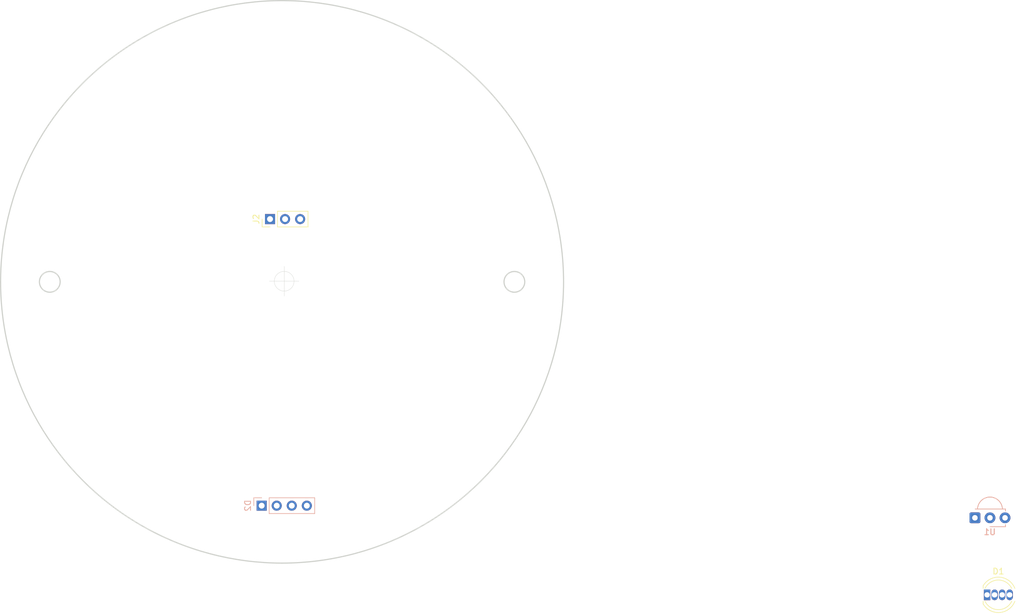
<source format=kicad_pcb>
(kicad_pcb (version 20171130) (host pcbnew "(5.1.2-1)-1")

  (general
    (thickness 1.6)
    (drawings 4)
    (tracks 0)
    (zones 0)
    (modules 5)
    (nets 8)
  )

  (page A4)
  (layers
    (0 F.Cu signal)
    (31 B.Cu signal)
    (32 B.Adhes user)
    (33 F.Adhes user)
    (34 B.Paste user)
    (35 F.Paste user)
    (36 B.SilkS user)
    (37 F.SilkS user)
    (38 B.Mask user)
    (39 F.Mask user)
    (40 Dwgs.User user)
    (41 Cmts.User user)
    (42 Eco1.User user)
    (43 Eco2.User user)
    (44 Edge.Cuts user)
    (45 Margin user)
    (46 B.CrtYd user)
    (47 F.CrtYd user)
    (48 B.Fab user)
    (49 F.Fab user hide)
  )

  (setup
    (last_trace_width 0.25)
    (trace_clearance 0.2)
    (zone_clearance 0.508)
    (zone_45_only no)
    (trace_min 0.2)
    (via_size 0.8)
    (via_drill 0.4)
    (via_min_size 0.4)
    (via_min_drill 0.3)
    (uvia_size 0.3)
    (uvia_drill 0.1)
    (uvias_allowed no)
    (uvia_min_size 0.2)
    (uvia_min_drill 0.1)
    (edge_width 0.05)
    (segment_width 0.2)
    (pcb_text_width 0.3)
    (pcb_text_size 1.5 1.5)
    (mod_edge_width 0.12)
    (mod_text_size 1 1)
    (mod_text_width 0.15)
    (pad_size 1.8 1.8)
    (pad_drill 0.9)
    (pad_to_mask_clearance 0.051)
    (solder_mask_min_width 0.25)
    (aux_axis_origin 0 0)
    (grid_origin 130.01 90.01)
    (visible_elements 7FFFFFFF)
    (pcbplotparams
      (layerselection 0x010fc_ffffffff)
      (usegerberextensions false)
      (usegerberattributes false)
      (usegerberadvancedattributes false)
      (creategerberjobfile false)
      (excludeedgelayer true)
      (linewidth 0.100000)
      (plotframeref false)
      (viasonmask false)
      (mode 1)
      (useauxorigin false)
      (hpglpennumber 1)
      (hpglpenspeed 20)
      (hpglpendiameter 15.000000)
      (psnegative false)
      (psa4output false)
      (plotreference true)
      (plotvalue true)
      (plotinvisibletext false)
      (padsonsilk false)
      (subtractmaskfromsilk false)
      (outputformat 1)
      (mirror false)
      (drillshape 1)
      (scaleselection 1)
      (outputdirectory ""))
  )

  (net 0 "")
  (net 1 "Net-(D1-Pad1)")
  (net 2 "Net-(D1-Pad2)")
  (net 3 "Net-(D1-Pad3)")
  (net 4 "Net-(D1-Pad4)")
  (net 5 "Net-(J2-Pad1)")
  (net 6 "Net-(J2-Pad2)")
  (net 7 "Net-(J2-Pad3)")

  (net_class Default "これはデフォルトのネット クラスです。"
    (clearance 0.2)
    (trace_width 0.25)
    (via_dia 0.8)
    (via_drill 0.4)
    (uvia_dia 0.3)
    (uvia_drill 0.1)
    (add_net "Net-(D1-Pad1)")
    (add_net "Net-(D1-Pad2)")
    (add_net "Net-(D1-Pad3)")
    (add_net "Net-(D1-Pad4)")
    (add_net "Net-(J2-Pad1)")
    (add_net "Net-(J2-Pad2)")
    (add_net "Net-(J2-Pad3)")
  )

  (module OptoDevice:Vishay_MINICAST-3Pin (layer B.Cu) (tedit 5D73E35C) (tstamp 5D74940B)
    (at 246.57 129.96)
    (descr "IR Receiver Vishay TSOP-xxxx, MINICAST package, see https://www.vishay.com/docs/82669/tsop32s40f.pdf")
    (tags "IR Receiver Vishay TSOP-xxxx MINICAST")
    (path /5D5A22C4)
    (fp_text reference U1 (at 2.5 2.4 180) (layer B.SilkS)
      (effects (font (size 1 1) (thickness 0.15)) (justify mirror))
    )
    (fp_text value TSOP59540TR1 (at 2.55 -4.6 180) (layer B.Fab)
      (effects (font (size 1 1) (thickness 0.15)) (justify mirror))
    )
    (fp_line (start 0.79 1.4) (end 0.04 0.65) (layer B.Fab) (width 0.1))
    (fp_arc (start 2.54 -1.4) (end 4.54 -1.4) (angle -180) (layer B.Fab) (width 0.1))
    (fp_arc (start 2.54 -1.4) (end 4.64 -1.5) (angle -174.5) (layer B.SilkS) (width 0.12))
    (fp_line (start 6.23 -3.7) (end -1.15 -3.7) (layer B.CrtYd) (width 0.05))
    (fp_line (start 6.23 -3.7) (end 6.23 1.65) (layer B.CrtYd) (width 0.05))
    (fp_line (start -1.15 1.65) (end -1.15 -3.7) (layer B.CrtYd) (width 0.05))
    (fp_line (start -1.15 1.65) (end 6.23 1.65) (layer B.CrtYd) (width 0.05))
    (fp_line (start 0.04 -1.4) (end 0.04 0.65) (layer B.Fab) (width 0.1))
    (fp_line (start 5.04 -1.4) (end 0.04 -1.4) (layer B.Fab) (width 0.1))
    (fp_line (start 5.04 1.4) (end 5.04 -1.4) (layer B.Fab) (width 0.1))
    (fp_line (start 0.79 1.4) (end 5.04 1.4) (layer B.Fab) (width 0.1))
    (fp_line (start 5.14 -1.5) (end 0.05 -1.5) (layer B.SilkS) (width 0.12))
    (fp_line (start 5.14 -1.16) (end 5.14 -1.5) (layer B.SilkS) (width 0.12))
    (fp_line (start 5.14 1.51) (end 2.54 1.51) (layer B.SilkS) (width 0.12))
    (fp_line (start 5.14 1.16) (end 5.14 1.51) (layer B.SilkS) (width 0.12))
    (fp_text user %R (at 2.54 0) (layer B.Fab)
      (effects (font (size 1 1) (thickness 0.15)) (justify mirror))
    )
    (pad 3 thru_hole circle (at 5.08 0) (size 1.8 1.8) (drill 0.9) (layers *.Cu *.Mask)
      (net 7 "Net-(J2-Pad3)"))
    (pad 2 thru_hole circle (at 2.54 0) (size 1.8 1.8) (drill 0.9) (layers *.Cu *.Mask)
      (net 6 "Net-(J2-Pad2)"))
    (pad 1 thru_hole roundrect (at 0 0) (size 1.8 1.8) (drill 0.9) (layers *.Cu *.Mask) (roundrect_rratio 0.139)
      (net 5 "Net-(J2-Pad1)"))
    (model ${KISYS3DMOD}/OptoDevice.3dshapes/Vishay_MINICAST-3Pin.wrl
      (at (xyz 0 0 0))
      (scale (xyz 1 1 1))
      (rotate (xyz 0 0 0))
    )
  )

  (module OptoDevice:Vishay_MINICAST-3Pin (layer B.Cu) (tedit 5D73E35C) (tstamp 5D745B78)
    (at 246.57 129.96)
    (descr "IR Receiver Vishay TSOP-xxxx, MINICAST package, see https://www.vishay.com/docs/82669/tsop32s40f.pdf")
    (tags "IR Receiver Vishay TSOP-xxxx MINICAST")
    (path /5D5A22C4)
    (fp_text reference U1 (at 2.5 2.4 180) (layer B.SilkS)
      (effects (font (size 1 1) (thickness 0.15)) (justify mirror))
    )
    (fp_text value TSOP59540TR1 (at 2.55 -4.6 180) (layer B.Fab)
      (effects (font (size 1 1) (thickness 0.15)) (justify mirror))
    )
    (fp_text user %R (at 2.54 0) (layer B.Fab)
      (effects (font (size 1 1) (thickness 0.15)) (justify mirror))
    )
    (fp_line (start 5.14 1.16) (end 5.14 1.51) (layer B.SilkS) (width 0.12))
    (fp_line (start 5.14 1.51) (end 2.54 1.51) (layer B.SilkS) (width 0.12))
    (fp_line (start 5.14 -1.16) (end 5.14 -1.5) (layer B.SilkS) (width 0.12))
    (fp_line (start 5.14 -1.5) (end 0.05 -1.5) (layer B.SilkS) (width 0.12))
    (fp_line (start 0.79 1.4) (end 5.04 1.4) (layer B.Fab) (width 0.1))
    (fp_line (start 5.04 1.4) (end 5.04 -1.4) (layer B.Fab) (width 0.1))
    (fp_line (start 5.04 -1.4) (end 0.04 -1.4) (layer B.Fab) (width 0.1))
    (fp_line (start 0.04 -1.4) (end 0.04 0.65) (layer B.Fab) (width 0.1))
    (fp_line (start -1.15 1.65) (end 6.23 1.65) (layer B.CrtYd) (width 0.05))
    (fp_line (start -1.15 1.65) (end -1.15 -3.7) (layer B.CrtYd) (width 0.05))
    (fp_line (start 6.23 -3.7) (end 6.23 1.65) (layer B.CrtYd) (width 0.05))
    (fp_line (start 6.23 -3.7) (end -1.15 -3.7) (layer B.CrtYd) (width 0.05))
    (fp_arc (start 2.54 -1.4) (end 4.64 -1.5) (angle -174.5) (layer B.SilkS) (width 0.12))
    (fp_arc (start 2.54 -1.4) (end 4.54 -1.4) (angle -180) (layer B.Fab) (width 0.1))
    (fp_line (start 0.79 1.4) (end 0.04 0.65) (layer B.Fab) (width 0.1))
    (pad 1 thru_hole roundrect (at 0 0) (size 1.8 1.8) (drill 0.9) (layers *.Cu *.Mask) (roundrect_rratio 0.139)
      (net 5 "Net-(J2-Pad1)"))
    (pad 2 thru_hole circle (at 2.54 0) (size 1.8 1.8) (drill 0.9) (layers *.Cu *.Mask)
      (net 6 "Net-(J2-Pad2)"))
    (pad 3 thru_hole circle (at 5.08 0) (size 1.8 1.8) (drill 0.9) (layers *.Cu *.Mask)
      (net 7 "Net-(J2-Pad3)"))
    (model ${KISYS3DMOD}/OptoDevice.3dshapes/Vishay_MINICAST-3Pin.wrl
      (at (xyz 0 0 0))
      (scale (xyz 1 1 1))
      (rotate (xyz 0 0 0))
    )
  )

  (module Connector_PinHeader_2.54mm:PinHeader_1x04_P2.54mm_Vertical (layer B.Cu) (tedit 5D73E2B5) (tstamp 5D73E418)
    (at 126.21 127.91 270)
    (descr "Through hole straight pin header, 1x04, 2.54mm pitch, single row")
    (tags "Through hole pin header THT 1x04 2.54mm single row")
    (path /5D5E563C)
    (fp_text reference D2 (at 0 2.33 270) (layer B.SilkS)
      (effects (font (size 1 1) (thickness 0.15)) (justify mirror))
    )
    (fp_text value LED_ARGB (at 0 -9.95 270) (layer B.Fab)
      (effects (font (size 1 1) (thickness 0.15)) (justify mirror))
    )
    (fp_text user %R (at 0 -3.81) (layer B.Fab)
      (effects (font (size 1 1) (thickness 0.15)) (justify mirror))
    )
    (fp_line (start 1.8 1.8) (end -1.8 1.8) (layer B.CrtYd) (width 0.05))
    (fp_line (start 1.8 -9.4) (end 1.8 1.8) (layer B.CrtYd) (width 0.05))
    (fp_line (start -1.8 -9.4) (end 1.8 -9.4) (layer B.CrtYd) (width 0.05))
    (fp_line (start -1.8 1.8) (end -1.8 -9.4) (layer B.CrtYd) (width 0.05))
    (fp_line (start -1.33 1.33) (end 0 1.33) (layer B.SilkS) (width 0.12))
    (fp_line (start -1.33 0) (end -1.33 1.33) (layer B.SilkS) (width 0.12))
    (fp_line (start -1.33 -1.27) (end 1.33 -1.27) (layer B.SilkS) (width 0.12))
    (fp_line (start 1.33 -1.27) (end 1.33 -8.95) (layer B.SilkS) (width 0.12))
    (fp_line (start -1.33 -1.27) (end -1.33 -8.95) (layer B.SilkS) (width 0.12))
    (fp_line (start -1.33 -8.95) (end 1.33 -8.95) (layer B.SilkS) (width 0.12))
    (fp_line (start -1.27 0.635) (end -0.635 1.27) (layer B.Fab) (width 0.1))
    (fp_line (start -1.27 -8.89) (end -1.27 0.635) (layer B.Fab) (width 0.1))
    (fp_line (start 1.27 -8.89) (end -1.27 -8.89) (layer B.Fab) (width 0.1))
    (fp_line (start 1.27 1.27) (end 1.27 -8.89) (layer B.Fab) (width 0.1))
    (fp_line (start -0.635 1.27) (end 1.27 1.27) (layer B.Fab) (width 0.1))
    (pad 4 thru_hole oval (at 0 -7.62 270) (size 1.7 1.7) (drill 1) (layers *.Cu *.Mask)
      (net 4 "Net-(D1-Pad4)"))
    (pad 3 thru_hole oval (at 0 -5.08 270) (size 1.7 1.7) (drill 1) (layers *.Cu *.Mask)
      (net 3 "Net-(D1-Pad3)"))
    (pad 2 thru_hole oval (at 0 -2.54 270) (size 1.7 1.7) (drill 1) (layers *.Cu *.Mask)
      (net 2 "Net-(D1-Pad2)"))
    (pad 1 thru_hole rect (at 0 0 270) (size 1.7 1.7) (drill 1) (layers *.Cu *.Mask)
      (net 1 "Net-(D1-Pad1)"))
    (model ${KISYS3DMOD}/Connector_PinHeader_2.54mm.3dshapes/PinHeader_1x04_P2.54mm_Vertical.wrl
      (at (xyz 0 0 0))
      (scale (xyz 1 1 1))
      (rotate (xyz 0 0 0))
    )
  )

  (module LED_THT:LED_D5.0mm-4_RGB (layer F.Cu) (tedit 5B74EEBE) (tstamp 5D745EBF)
    (at 248.62 142.97)
    (descr "LED, diameter 5.0mm, 2 pins, diameter 5.0mm, 3 pins, diameter 5.0mm, 4 pins, http://www.kingbright.com/attachments/file/psearch/000/00/00/L-154A4SUREQBFZGEW(Ver.9A).pdf")
    (tags "LED diameter 5.0mm 2 pins diameter 5.0mm 3 pins diameter 5.0mm 4 pins RGB RGBLED")
    (path /5D73DD13)
    (fp_text reference D1 (at 1.905 -3.96) (layer F.SilkS)
      (effects (font (size 1 1) (thickness 0.15)))
    )
    (fp_text value LED_ARGB (at 1.905 3.96) (layer F.Fab)
      (effects (font (size 1 1) (thickness 0.15)))
    )
    (fp_arc (start 1.905 0) (end -0.595 -1.469694) (angle 299.1) (layer F.Fab) (width 0.1))
    (fp_arc (start 1.905 0) (end -0.655 -1.54483) (angle 127.7) (layer F.SilkS) (width 0.12))
    (fp_arc (start 1.905 0) (end -0.655 1.54483) (angle -127.7) (layer F.SilkS) (width 0.12))
    (fp_arc (start 1.905 0) (end -0.349684 -1.08) (angle 128.8) (layer F.SilkS) (width 0.12))
    (fp_arc (start 1.905 0) (end -0.349684 1.08) (angle -128.8) (layer F.SilkS) (width 0.12))
    (fp_circle (center 1.905 0) (end 4.405 0) (layer F.Fab) (width 0.1))
    (fp_line (start -0.595 -1.469694) (end -0.595 1.469694) (layer F.Fab) (width 0.1))
    (fp_line (start -0.655 -1.545) (end -0.655 -1.08) (layer F.SilkS) (width 0.12))
    (fp_line (start -0.655 1.08) (end -0.655 1.545) (layer F.SilkS) (width 0.12))
    (fp_line (start -1.35 -3.25) (end -1.35 3.25) (layer F.CrtYd) (width 0.05))
    (fp_line (start -1.35 3.25) (end 5.15 3.25) (layer F.CrtYd) (width 0.05))
    (fp_line (start 5.15 3.25) (end 5.15 -3.25) (layer F.CrtYd) (width 0.05))
    (fp_line (start 5.15 -3.25) (end -1.35 -3.25) (layer F.CrtYd) (width 0.05))
    (fp_text user %R (at 1.905 -3.96) (layer F.Fab)
      (effects (font (size 1 1) (thickness 0.15)))
    )
    (pad 1 thru_hole rect (at 0 0) (size 1.07 1.8) (drill 0.9) (layers *.Cu *.Mask)
      (net 1 "Net-(D1-Pad1)"))
    (pad 2 thru_hole oval (at 1.27 0) (size 1.07 1.8) (drill 0.9) (layers *.Cu *.Mask)
      (net 2 "Net-(D1-Pad2)"))
    (pad 3 thru_hole oval (at 2.54 0) (size 1.07 1.8) (drill 0.9) (layers *.Cu *.Mask)
      (net 3 "Net-(D1-Pad3)"))
    (pad 4 thru_hole oval (at 3.81 0) (size 1.07 1.8) (drill 0.9) (layers *.Cu *.Mask)
      (net 4 "Net-(D1-Pad4)"))
    (model ${KISYS3DMOD}/LED_THT.3dshapes/LED_D5.0mm-4_RGB.wrl
      (at (xyz 0 0 0))
      (scale (xyz 1 1 1))
      (rotate (xyz 0 0 0))
    )
  )

  (module Connector_PinHeader_2.54mm:PinHeader_1x03_P2.54mm_Vertical (layer F.Cu) (tedit 59FED5CC) (tstamp 5D745EEE)
    (at 127.62 79.51 90)
    (descr "Through hole straight pin header, 1x03, 2.54mm pitch, single row")
    (tags "Through hole pin header THT 1x03 2.54mm single row")
    (path /5D745688)
    (fp_text reference J2 (at 0 -2.33 90) (layer F.SilkS)
      (effects (font (size 1 1) (thickness 0.15)))
    )
    (fp_text value Conn_01x03 (at 0 7.41 90) (layer F.Fab)
      (effects (font (size 1 1) (thickness 0.15)))
    )
    (fp_line (start -0.635 -1.27) (end 1.27 -1.27) (layer F.Fab) (width 0.1))
    (fp_line (start 1.27 -1.27) (end 1.27 6.35) (layer F.Fab) (width 0.1))
    (fp_line (start 1.27 6.35) (end -1.27 6.35) (layer F.Fab) (width 0.1))
    (fp_line (start -1.27 6.35) (end -1.27 -0.635) (layer F.Fab) (width 0.1))
    (fp_line (start -1.27 -0.635) (end -0.635 -1.27) (layer F.Fab) (width 0.1))
    (fp_line (start -1.33 6.41) (end 1.33 6.41) (layer F.SilkS) (width 0.12))
    (fp_line (start -1.33 1.27) (end -1.33 6.41) (layer F.SilkS) (width 0.12))
    (fp_line (start 1.33 1.27) (end 1.33 6.41) (layer F.SilkS) (width 0.12))
    (fp_line (start -1.33 1.27) (end 1.33 1.27) (layer F.SilkS) (width 0.12))
    (fp_line (start -1.33 0) (end -1.33 -1.33) (layer F.SilkS) (width 0.12))
    (fp_line (start -1.33 -1.33) (end 0 -1.33) (layer F.SilkS) (width 0.12))
    (fp_line (start -1.8 -1.8) (end -1.8 6.85) (layer F.CrtYd) (width 0.05))
    (fp_line (start -1.8 6.85) (end 1.8 6.85) (layer F.CrtYd) (width 0.05))
    (fp_line (start 1.8 6.85) (end 1.8 -1.8) (layer F.CrtYd) (width 0.05))
    (fp_line (start 1.8 -1.8) (end -1.8 -1.8) (layer F.CrtYd) (width 0.05))
    (fp_text user %R (at 0 2.54) (layer F.Fab)
      (effects (font (size 1 1) (thickness 0.15)))
    )
    (pad 1 thru_hole rect (at 0 0 90) (size 1.7 1.7) (drill 1) (layers *.Cu *.Mask)
      (net 5 "Net-(J2-Pad1)"))
    (pad 2 thru_hole oval (at 0 2.54 90) (size 1.7 1.7) (drill 1) (layers *.Cu *.Mask)
      (net 6 "Net-(J2-Pad2)"))
    (pad 3 thru_hole oval (at 0 5.08 90) (size 1.7 1.7) (drill 1) (layers *.Cu *.Mask)
      (net 7 "Net-(J2-Pad3)"))
    (model ${KISYS3DMOD}/Connector_PinHeader_2.54mm.3dshapes/PinHeader_1x03_P2.54mm_Vertical.wrl
      (at (xyz 0 0 0))
      (scale (xyz 1 1 1))
      (rotate (xyz 0 0 0))
    )
  )

  (gr_circle (center 129.655143 90.11) (end 177.155142 90.11) (layer Edge.Cuts) (width 0.2))
  (gr_circle (center 90.4558 90.1089) (end 92.205801 90.1089) (layer Edge.Cuts) (width 0.2) (tstamp 5D74DC18))
  (gr_circle (center 168.8558 90.1089) (end 170.605799 90.1089) (layer Edge.Cuts) (width 0.2) (tstamp 5D74DC17))
  (target plus (at 130.01 90.006) (size 5) (width 0.05) (layer Edge.Cuts) (tstamp 5D74D58F))

)

</source>
